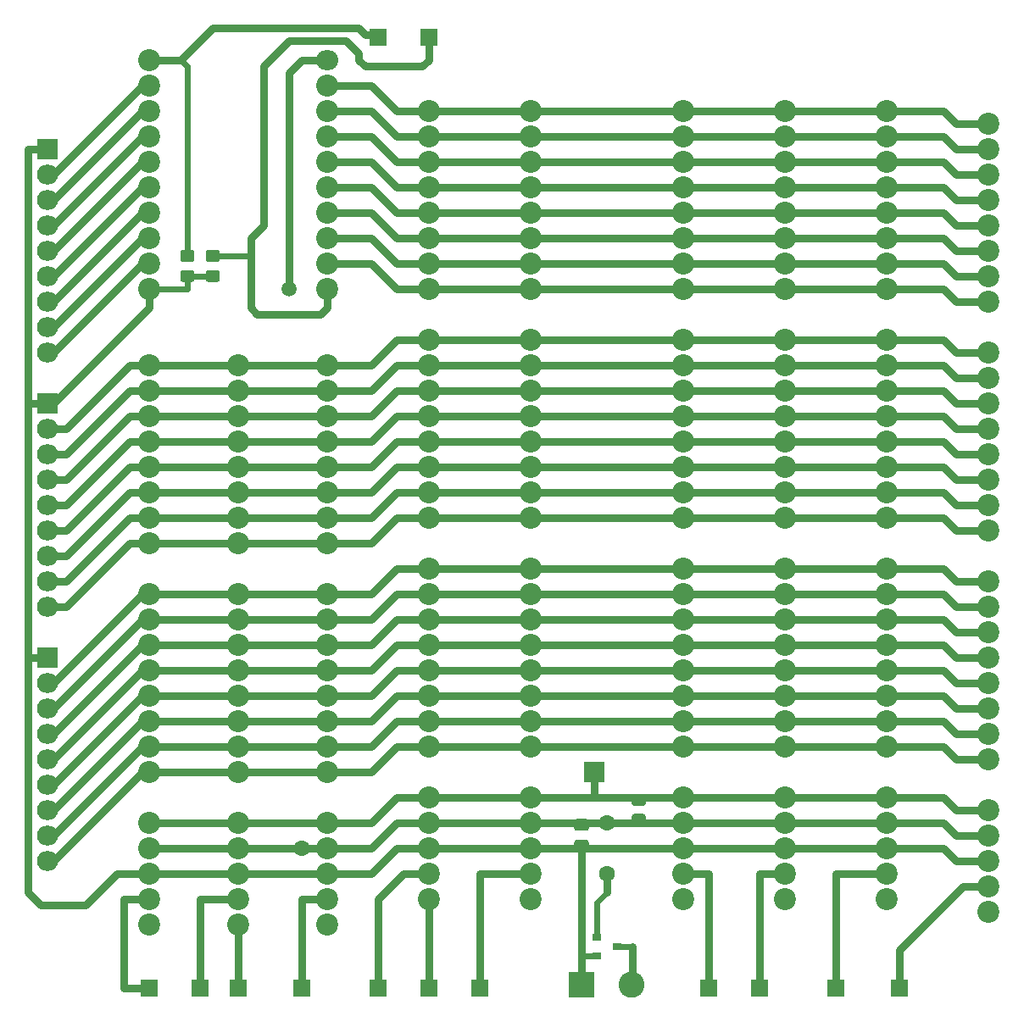
<source format=gbr>
%TF.GenerationSoftware,KiCad,Pcbnew,(5.1.8)-1*%
%TF.CreationDate,2024-08-14T23:33:12+03:00*%
%TF.ProjectId,ALU,414c552e-6b69-4636-9164-5f7063625858,rev?*%
%TF.SameCoordinates,Original*%
%TF.FileFunction,Copper,L2,Bot*%
%TF.FilePolarity,Positive*%
%FSLAX46Y46*%
G04 Gerber Fmt 4.6, Leading zero omitted, Abs format (unit mm)*
G04 Created by KiCad (PCBNEW (5.1.8)-1) date 2024-08-14 23:33:12*
%MOMM*%
%LPD*%
G01*
G04 APERTURE LIST*
%TA.AperFunction,ComponentPad*%
%ADD10C,2.200000*%
%TD*%
%TA.AperFunction,ComponentPad*%
%ADD11R,1.700000X1.700000*%
%TD*%
%TA.AperFunction,ComponentPad*%
%ADD12O,2.200000X2.000000*%
%TD*%
%TA.AperFunction,SMDPad,CuDef*%
%ADD13R,0.900000X0.800000*%
%TD*%
%TA.AperFunction,ComponentPad*%
%ADD14R,2.600000X2.600000*%
%TD*%
%TA.AperFunction,ComponentPad*%
%ADD15C,2.600000*%
%TD*%
%TA.AperFunction,ComponentPad*%
%ADD16R,2.100000X2.000000*%
%TD*%
%TA.AperFunction,ComponentPad*%
%ADD17O,2.100000X2.000000*%
%TD*%
%TA.AperFunction,ViaPad*%
%ADD18C,1.600000*%
%TD*%
%TA.AperFunction,ViaPad*%
%ADD19C,1.500000*%
%TD*%
%TA.AperFunction,Conductor*%
%ADD20C,0.800000*%
%TD*%
%TA.AperFunction,Conductor*%
%ADD21C,0.600000*%
%TD*%
G04 APERTURE END LIST*
%TO.P,R3,2*%
%TO.N,/Latch*%
%TA.AperFunction,SMDPad,CuDef*%
G36*
G01*
X74745001Y-92310000D02*
X73844999Y-92310000D01*
G75*
G02*
X73595000Y-92060001I0J249999D01*
G01*
X73595000Y-91359999D01*
G75*
G02*
X73844999Y-91110000I249999J0D01*
G01*
X74745001Y-91110000D01*
G75*
G02*
X74995000Y-91359999I0J-249999D01*
G01*
X74995000Y-92060001D01*
G75*
G02*
X74745001Y-92310000I-249999J0D01*
G01*
G37*
%TD.AperFunction*%
%TO.P,R3,1*%
%TO.N,VCC*%
%TA.AperFunction,SMDPad,CuDef*%
G36*
G01*
X74745001Y-94310000D02*
X73844999Y-94310000D01*
G75*
G02*
X73595000Y-94060001I0J249999D01*
G01*
X73595000Y-93359999D01*
G75*
G02*
X73844999Y-93110000I249999J0D01*
G01*
X74745001Y-93110000D01*
G75*
G02*
X74995000Y-93359999I0J-249999D01*
G01*
X74995000Y-94060001D01*
G75*
G02*
X74745001Y-94310000I-249999J0D01*
G01*
G37*
%TD.AperFunction*%
%TD*%
%TO.P,R2,2*%
%TO.N,GND*%
%TA.AperFunction,SMDPad,CuDef*%
G36*
G01*
X28759999Y-38770000D02*
X29660001Y-38770000D01*
G75*
G02*
X29910000Y-39019999I0J-249999D01*
G01*
X29910000Y-39720001D01*
G75*
G02*
X29660001Y-39970000I-249999J0D01*
G01*
X28759999Y-39970000D01*
G75*
G02*
X28510000Y-39720001I0J249999D01*
G01*
X28510000Y-39019999D01*
G75*
G02*
X28759999Y-38770000I249999J0D01*
G01*
G37*
%TD.AperFunction*%
%TO.P,R2,1*%
%TO.N,/INVL*%
%TA.AperFunction,SMDPad,CuDef*%
G36*
G01*
X28759999Y-36770000D02*
X29660001Y-36770000D01*
G75*
G02*
X29910000Y-37019999I0J-249999D01*
G01*
X29910000Y-37720001D01*
G75*
G02*
X29660001Y-37970000I-249999J0D01*
G01*
X28759999Y-37970000D01*
G75*
G02*
X28510000Y-37720001I0J249999D01*
G01*
X28510000Y-37019999D01*
G75*
G02*
X28759999Y-36770000I249999J0D01*
G01*
G37*
%TD.AperFunction*%
%TD*%
%TO.P,R1,2*%
%TO.N,GND*%
%TA.AperFunction,SMDPad,CuDef*%
G36*
G01*
X31299999Y-38770000D02*
X32200001Y-38770000D01*
G75*
G02*
X32450000Y-39019999I0J-249999D01*
G01*
X32450000Y-39720001D01*
G75*
G02*
X32200001Y-39970000I-249999J0D01*
G01*
X31299999Y-39970000D01*
G75*
G02*
X31050000Y-39720001I0J249999D01*
G01*
X31050000Y-39019999D01*
G75*
G02*
X31299999Y-38770000I249999J0D01*
G01*
G37*
%TD.AperFunction*%
%TO.P,R1,1*%
%TO.N,/INVH*%
%TA.AperFunction,SMDPad,CuDef*%
G36*
G01*
X31299999Y-36770000D02*
X32200001Y-36770000D01*
G75*
G02*
X32450000Y-37019999I0J-249999D01*
G01*
X32450000Y-37720001D01*
G75*
G02*
X32200001Y-37970000I-249999J0D01*
G01*
X31299999Y-37970000D01*
G75*
G02*
X31050000Y-37720001I0J249999D01*
G01*
X31050000Y-37019999D01*
G75*
G02*
X31299999Y-36770000I249999J0D01*
G01*
G37*
%TD.AperFunction*%
%TD*%
D10*
%TO.P,U9,21*%
%TO.N,Net-(U9-Pad21)*%
X25400000Y-104140000D03*
%TO.P,U9,20*%
%TO.N,/~RSRV*%
X25400000Y-101600000D03*
%TO.P,U9,19*%
%TO.N,GND*%
X25400000Y-99060000D03*
%TO.P,U9,18*%
%TO.N,VCC*%
X25400000Y-96520000D03*
%TO.P,U9,17*%
%TO.N,/Latch*%
X25400000Y-93980000D03*
%TO.P,U9,16*%
%TO.N,/O7*%
X25400000Y-88900000D03*
%TO.P,U9,15*%
%TO.N,/O6*%
X25400000Y-86360000D03*
%TO.P,U9,14*%
%TO.N,/O5*%
X25400000Y-83820000D03*
%TO.P,U9,13*%
%TO.N,/O4*%
X25400000Y-81280000D03*
%TO.P,U9,12*%
%TO.N,/O3*%
X25400000Y-78740000D03*
%TO.P,U9,11*%
%TO.N,/O2*%
X25400000Y-76200000D03*
%TO.P,U9,10*%
%TO.N,/O1*%
X25400000Y-73660000D03*
%TO.P,U9,9*%
%TO.N,/O0*%
X25400000Y-71120000D03*
%TO.P,U9,8*%
%TO.N,/A7*%
X25400000Y-66040000D03*
%TO.P,U9,7*%
%TO.N,/A6*%
X25400000Y-63500000D03*
%TO.P,U9,6*%
%TO.N,/A5*%
X25400000Y-60960000D03*
%TO.P,U9,5*%
%TO.N,/A4*%
X25400000Y-58420000D03*
%TO.P,U9,4*%
%TO.N,/A3*%
X25400000Y-55880000D03*
%TO.P,U9,3*%
%TO.N,/A2*%
X25400000Y-53340000D03*
%TO.P,U9,2*%
%TO.N,/A1*%
X25400000Y-50800000D03*
%TO.P,U9,1*%
%TO.N,/A0*%
X25400000Y-48260000D03*
%TD*%
D11*
%TO.P,J14,1*%
%TO.N,/INVH*%
X53340000Y-15557500D03*
%TD*%
%TO.P,J13,1*%
%TO.N,/INVL*%
X48260000Y-15557500D03*
%TD*%
%TO.P,J12,1*%
%TO.N,/~RSRV*%
X25400000Y-110490000D03*
%TD*%
D12*
%TO.P,U10,20*%
%TO.N,VCC*%
X43180000Y-17780000D03*
D10*
%TO.P,U10,19*%
%TO.N,/B0*%
X43180000Y-20320000D03*
%TO.P,U10,18*%
%TO.N,/B1*%
X43180000Y-22860000D03*
%TO.P,U10,17*%
%TO.N,/B2*%
X43180000Y-25400000D03*
%TO.P,U10,16*%
%TO.N,/B3*%
X43180000Y-27940000D03*
%TO.P,U10,15*%
%TO.N,/B4*%
X43180000Y-30480000D03*
%TO.P,U10,14*%
%TO.N,/B5*%
X43180000Y-33020000D03*
%TO.P,U10,13*%
%TO.N,/B6*%
X43180000Y-35560000D03*
%TO.P,U10,12*%
%TO.N,/B7*%
X43180000Y-38100000D03*
%TO.P,U10,11*%
%TO.N,/INVH*%
X43180000Y-40640000D03*
%TO.P,U10,10*%
%TO.N,GND*%
X25400000Y-40640000D03*
%TO.P,U10,9*%
%TO.N,/B7'*%
X25400000Y-38100000D03*
%TO.P,U10,8*%
%TO.N,/B6'*%
X25400000Y-35560000D03*
%TO.P,U10,7*%
%TO.N,/B5'*%
X25400000Y-33020000D03*
%TO.P,U10,6*%
%TO.N,/B4'*%
X25400000Y-30480000D03*
%TO.P,U10,5*%
%TO.N,/B3'*%
X25400000Y-27940000D03*
%TO.P,U10,4*%
%TO.N,/B2'*%
X25400000Y-25400000D03*
%TO.P,U10,3*%
%TO.N,/B1'*%
X25400000Y-22860000D03*
%TO.P,U10,2*%
%TO.N,/B0'*%
X25400000Y-20320000D03*
%TO.P,U10,1*%
%TO.N,/INVL*%
X25400000Y-17780000D03*
%TD*%
D13*
%TO.P,Q1,3*%
%TO.N,Net-(J7-Pad2)*%
X72120000Y-106362500D03*
%TO.P,Q1,2*%
%TO.N,VCC*%
X70120000Y-105412500D03*
%TO.P,Q1,1*%
%TO.N,GND*%
X70120000Y-107312500D03*
%TD*%
D11*
%TO.P,J11,1*%
%TO.N,/~SWAP*%
X40640000Y-110490000D03*
%TD*%
D10*
%TO.P,U8,21*%
%TO.N,Net-(U8-Pad21)*%
X43180000Y-104140000D03*
%TO.P,U8,20*%
%TO.N,/~SWAP*%
X43180000Y-101600000D03*
%TO.P,U8,19*%
%TO.N,GND*%
X43180000Y-99060000D03*
%TO.P,U8,18*%
%TO.N,VCC*%
X43180000Y-96520000D03*
%TO.P,U8,17*%
%TO.N,/Latch*%
X43180000Y-93980000D03*
%TO.P,U8,16*%
%TO.N,/O7*%
X43180000Y-88900000D03*
%TO.P,U8,15*%
%TO.N,/O6*%
X43180000Y-86360000D03*
%TO.P,U8,14*%
%TO.N,/O5*%
X43180000Y-83820000D03*
%TO.P,U8,13*%
%TO.N,/O4*%
X43180000Y-81280000D03*
%TO.P,U8,12*%
%TO.N,/O3*%
X43180000Y-78740000D03*
%TO.P,U8,11*%
%TO.N,/O2*%
X43180000Y-76200000D03*
%TO.P,U8,10*%
%TO.N,/O1*%
X43180000Y-73660000D03*
%TO.P,U8,9*%
%TO.N,/O0*%
X43180000Y-71120000D03*
%TO.P,U8,8*%
%TO.N,/A7*%
X43180000Y-66040000D03*
%TO.P,U8,7*%
%TO.N,/A6*%
X43180000Y-63500000D03*
%TO.P,U8,6*%
%TO.N,/A5*%
X43180000Y-60960000D03*
%TO.P,U8,5*%
%TO.N,/A4*%
X43180000Y-58420000D03*
%TO.P,U8,4*%
%TO.N,/A3*%
X43180000Y-55880000D03*
%TO.P,U8,3*%
%TO.N,/A2*%
X43180000Y-53340000D03*
%TO.P,U8,2*%
%TO.N,/A1*%
X43180000Y-50800000D03*
%TO.P,U8,1*%
%TO.N,/A0*%
X43180000Y-48260000D03*
%TD*%
D11*
%TO.P,J6,1*%
%TO.N,/UseCF2*%
X30480000Y-110490000D03*
%TD*%
%TO.P,J5,1*%
%TO.N,/~LSRx*%
X34290000Y-110490000D03*
%TD*%
D10*
%TO.P,U5,29*%
%TO.N,Net-(U5-Pad29)*%
X99060000Y-101600000D03*
%TO.P,U5,28*%
%TO.N,/CMP.Expand*%
X99060000Y-99060000D03*
%TO.P,U5,27*%
%TO.N,GND*%
X99060000Y-96520000D03*
%TO.P,U5,26*%
%TO.N,VCC*%
X99060000Y-93980000D03*
%TO.P,U5,25*%
%TO.N,/Latch*%
X99060000Y-91440000D03*
%TO.P,U5,24*%
%TO.N,/O7*%
X99060000Y-86360000D03*
%TO.P,U5,23*%
%TO.N,/O6*%
X99060000Y-83820000D03*
%TO.P,U5,22*%
%TO.N,/O5*%
X99060000Y-81280000D03*
%TO.P,U5,21*%
%TO.N,/O4*%
X99060000Y-78740000D03*
%TO.P,U5,20*%
%TO.N,/O3*%
X99060000Y-76200000D03*
%TO.P,U5,19*%
%TO.N,/O2*%
X99060000Y-73660000D03*
%TO.P,U5,18*%
%TO.N,/O1*%
X99060000Y-71120000D03*
%TO.P,U5,17*%
%TO.N,/O0*%
X99060000Y-68580000D03*
%TO.P,U5,16*%
%TO.N,/A7*%
X99060000Y-63500000D03*
%TO.P,U5,15*%
%TO.N,/A6*%
X99060000Y-60960000D03*
%TO.P,U5,14*%
%TO.N,/A5*%
X99060000Y-58420000D03*
%TO.P,U5,13*%
%TO.N,/A4*%
X99060000Y-55880000D03*
%TO.P,U5,12*%
%TO.N,/A3*%
X99060000Y-53340000D03*
%TO.P,U5,11*%
%TO.N,/A2*%
X99060000Y-50800000D03*
%TO.P,U5,10*%
%TO.N,/A1*%
X99060000Y-48260000D03*
%TO.P,U5,9*%
%TO.N,/A0*%
X99060000Y-45720000D03*
%TO.P,U5,8*%
%TO.N,/B7*%
X99060000Y-40640000D03*
%TO.P,U5,7*%
%TO.N,/B6*%
X99060000Y-38100000D03*
%TO.P,U5,6*%
%TO.N,/B5*%
X99060000Y-35560000D03*
%TO.P,U5,5*%
%TO.N,/B4*%
X99060000Y-33020000D03*
%TO.P,U5,4*%
%TO.N,/B3*%
X99060000Y-30480000D03*
%TO.P,U5,3*%
%TO.N,/B2*%
X99060000Y-27940000D03*
%TO.P,U5,2*%
%TO.N,/B1*%
X99060000Y-25400000D03*
%TO.P,U5,1*%
%TO.N,/B0*%
X99060000Y-22860000D03*
%TD*%
D14*
%TO.P,J7,1*%
%TO.N,GND*%
X68580000Y-110172500D03*
D15*
%TO.P,J7,2*%
%TO.N,Net-(J7-Pad2)*%
X73580000Y-110172500D03*
%TD*%
D10*
%TO.P,U1,1*%
%TO.N,/B0*%
X53340000Y-22860000D03*
%TO.P,U1,2*%
%TO.N,/B1*%
X53340000Y-25400000D03*
%TO.P,U1,3*%
%TO.N,/B2*%
X53340000Y-27940000D03*
%TO.P,U1,4*%
%TO.N,/B3*%
X53340000Y-30480000D03*
%TO.P,U1,5*%
%TO.N,/B4*%
X53340000Y-33020000D03*
%TO.P,U1,6*%
%TO.N,/B5*%
X53340000Y-35560000D03*
%TO.P,U1,7*%
%TO.N,/B6*%
X53340000Y-38100000D03*
%TO.P,U1,8*%
%TO.N,/B7*%
X53340000Y-40640000D03*
%TO.P,U1,9*%
%TO.N,/A0*%
X53340000Y-45720000D03*
%TO.P,U1,10*%
%TO.N,/A1*%
X53340000Y-48260000D03*
%TO.P,U1,11*%
%TO.N,/A2*%
X53340000Y-50800000D03*
%TO.P,U1,12*%
%TO.N,/A3*%
X53340000Y-53340000D03*
%TO.P,U1,13*%
%TO.N,/A4*%
X53340000Y-55880000D03*
%TO.P,U1,14*%
%TO.N,/A5*%
X53340000Y-58420000D03*
%TO.P,U1,15*%
%TO.N,/A6*%
X53340000Y-60960000D03*
%TO.P,U1,16*%
%TO.N,/A7*%
X53340000Y-63500000D03*
%TO.P,U1,17*%
%TO.N,/O0*%
X53340000Y-68580000D03*
%TO.P,U1,18*%
%TO.N,/O1*%
X53340000Y-71120000D03*
%TO.P,U1,19*%
%TO.N,/O2*%
X53340000Y-73660000D03*
%TO.P,U1,20*%
%TO.N,/O3*%
X53340000Y-76200000D03*
%TO.P,U1,21*%
%TO.N,/O4*%
X53340000Y-78740000D03*
%TO.P,U1,22*%
%TO.N,/O5*%
X53340000Y-81280000D03*
%TO.P,U1,23*%
%TO.N,/O6*%
X53340000Y-83820000D03*
%TO.P,U1,24*%
%TO.N,/O7*%
X53340000Y-86360000D03*
%TO.P,U1,25*%
%TO.N,/Latch*%
X53340000Y-91440000D03*
%TO.P,U1,26*%
%TO.N,VCC*%
X53340000Y-93980000D03*
%TO.P,U1,27*%
%TO.N,GND*%
X53340000Y-96520000D03*
%TO.P,U1,28*%
%TO.N,/UseCF*%
X53340000Y-99060000D03*
%TO.P,U1,29*%
%TO.N,/~ADDx*%
X53340000Y-101600000D03*
%TD*%
%TO.P,U2,29*%
%TO.N,Net-(U2-Pad29)*%
X63500000Y-101600000D03*
%TO.P,U2,28*%
%TO.N,/~AND*%
X63500000Y-99060000D03*
%TO.P,U2,27*%
%TO.N,GND*%
X63500000Y-96520000D03*
%TO.P,U2,26*%
%TO.N,VCC*%
X63500000Y-93980000D03*
%TO.P,U2,25*%
%TO.N,/Latch*%
X63500000Y-91440000D03*
%TO.P,U2,24*%
%TO.N,/O7*%
X63500000Y-86360000D03*
%TO.P,U2,23*%
%TO.N,/O6*%
X63500000Y-83820000D03*
%TO.P,U2,22*%
%TO.N,/O5*%
X63500000Y-81280000D03*
%TO.P,U2,21*%
%TO.N,/O4*%
X63500000Y-78740000D03*
%TO.P,U2,20*%
%TO.N,/O3*%
X63500000Y-76200000D03*
%TO.P,U2,19*%
%TO.N,/O2*%
X63500000Y-73660000D03*
%TO.P,U2,18*%
%TO.N,/O1*%
X63500000Y-71120000D03*
%TO.P,U2,17*%
%TO.N,/O0*%
X63500000Y-68580000D03*
%TO.P,U2,16*%
%TO.N,/A7*%
X63500000Y-63500000D03*
%TO.P,U2,15*%
%TO.N,/A6*%
X63500000Y-60960000D03*
%TO.P,U2,14*%
%TO.N,/A5*%
X63500000Y-58420000D03*
%TO.P,U2,13*%
%TO.N,/A4*%
X63500000Y-55880000D03*
%TO.P,U2,12*%
%TO.N,/A3*%
X63500000Y-53340000D03*
%TO.P,U2,11*%
%TO.N,/A2*%
X63500000Y-50800000D03*
%TO.P,U2,10*%
%TO.N,/A1*%
X63500000Y-48260000D03*
%TO.P,U2,9*%
%TO.N,/A0*%
X63500000Y-45720000D03*
%TO.P,U2,8*%
%TO.N,/B7*%
X63500000Y-40640000D03*
%TO.P,U2,7*%
%TO.N,/B6*%
X63500000Y-38100000D03*
%TO.P,U2,6*%
%TO.N,/B5*%
X63500000Y-35560000D03*
%TO.P,U2,5*%
%TO.N,/B4*%
X63500000Y-33020000D03*
%TO.P,U2,4*%
%TO.N,/B3*%
X63500000Y-30480000D03*
%TO.P,U2,3*%
%TO.N,/B2*%
X63500000Y-27940000D03*
%TO.P,U2,2*%
%TO.N,/B1*%
X63500000Y-25400000D03*
%TO.P,U2,1*%
%TO.N,/B0*%
X63500000Y-22860000D03*
%TD*%
%TO.P,U3,1*%
%TO.N,/B0*%
X78740000Y-22860000D03*
%TO.P,U3,2*%
%TO.N,/B1*%
X78740000Y-25400000D03*
%TO.P,U3,3*%
%TO.N,/B2*%
X78740000Y-27940000D03*
%TO.P,U3,4*%
%TO.N,/B3*%
X78740000Y-30480000D03*
%TO.P,U3,5*%
%TO.N,/B4*%
X78740000Y-33020000D03*
%TO.P,U3,6*%
%TO.N,/B5*%
X78740000Y-35560000D03*
%TO.P,U3,7*%
%TO.N,/B6*%
X78740000Y-38100000D03*
%TO.P,U3,8*%
%TO.N,/B7*%
X78740000Y-40640000D03*
%TO.P,U3,9*%
%TO.N,/A0*%
X78740000Y-45720000D03*
%TO.P,U3,10*%
%TO.N,/A1*%
X78740000Y-48260000D03*
%TO.P,U3,11*%
%TO.N,/A2*%
X78740000Y-50800000D03*
%TO.P,U3,12*%
%TO.N,/A3*%
X78740000Y-53340000D03*
%TO.P,U3,13*%
%TO.N,/A4*%
X78740000Y-55880000D03*
%TO.P,U3,14*%
%TO.N,/A5*%
X78740000Y-58420000D03*
%TO.P,U3,15*%
%TO.N,/A6*%
X78740000Y-60960000D03*
%TO.P,U3,16*%
%TO.N,/A7*%
X78740000Y-63500000D03*
%TO.P,U3,17*%
%TO.N,/O0*%
X78740000Y-68580000D03*
%TO.P,U3,18*%
%TO.N,/O1*%
X78740000Y-71120000D03*
%TO.P,U3,19*%
%TO.N,/O2*%
X78740000Y-73660000D03*
%TO.P,U3,20*%
%TO.N,/O3*%
X78740000Y-76200000D03*
%TO.P,U3,21*%
%TO.N,/O4*%
X78740000Y-78740000D03*
%TO.P,U3,22*%
%TO.N,/O5*%
X78740000Y-81280000D03*
%TO.P,U3,23*%
%TO.N,/O6*%
X78740000Y-83820000D03*
%TO.P,U3,24*%
%TO.N,/O7*%
X78740000Y-86360000D03*
%TO.P,U3,25*%
%TO.N,/Latch*%
X78740000Y-91440000D03*
%TO.P,U3,26*%
%TO.N,VCC*%
X78740000Y-93980000D03*
%TO.P,U3,27*%
%TO.N,GND*%
X78740000Y-96520000D03*
%TO.P,U3,28*%
%TO.N,/~OR*%
X78740000Y-99060000D03*
%TO.P,U3,29*%
%TO.N,Net-(U3-Pad29)*%
X78740000Y-101600000D03*
%TD*%
%TO.P,U4,1*%
%TO.N,/B0*%
X88900000Y-22860000D03*
%TO.P,U4,2*%
%TO.N,/B1*%
X88900000Y-25400000D03*
%TO.P,U4,3*%
%TO.N,/B2*%
X88900000Y-27940000D03*
%TO.P,U4,4*%
%TO.N,/B3*%
X88900000Y-30480000D03*
%TO.P,U4,5*%
%TO.N,/B4*%
X88900000Y-33020000D03*
%TO.P,U4,6*%
%TO.N,/B5*%
X88900000Y-35560000D03*
%TO.P,U4,7*%
%TO.N,/B6*%
X88900000Y-38100000D03*
%TO.P,U4,8*%
%TO.N,/B7*%
X88900000Y-40640000D03*
%TO.P,U4,9*%
%TO.N,/A0*%
X88900000Y-45720000D03*
%TO.P,U4,10*%
%TO.N,/A1*%
X88900000Y-48260000D03*
%TO.P,U4,11*%
%TO.N,/A2*%
X88900000Y-50800000D03*
%TO.P,U4,12*%
%TO.N,/A3*%
X88900000Y-53340000D03*
%TO.P,U4,13*%
%TO.N,/A4*%
X88900000Y-55880000D03*
%TO.P,U4,14*%
%TO.N,/A5*%
X88900000Y-58420000D03*
%TO.P,U4,15*%
%TO.N,/A6*%
X88900000Y-60960000D03*
%TO.P,U4,16*%
%TO.N,/A7*%
X88900000Y-63500000D03*
%TO.P,U4,17*%
%TO.N,/O0*%
X88900000Y-68580000D03*
%TO.P,U4,18*%
%TO.N,/O1*%
X88900000Y-71120000D03*
%TO.P,U4,19*%
%TO.N,/O2*%
X88900000Y-73660000D03*
%TO.P,U4,20*%
%TO.N,/O3*%
X88900000Y-76200000D03*
%TO.P,U4,21*%
%TO.N,/O4*%
X88900000Y-78740000D03*
%TO.P,U4,22*%
%TO.N,/O5*%
X88900000Y-81280000D03*
%TO.P,U4,23*%
%TO.N,/O6*%
X88900000Y-83820000D03*
%TO.P,U4,24*%
%TO.N,/O7*%
X88900000Y-86360000D03*
%TO.P,U4,25*%
%TO.N,/Latch*%
X88900000Y-91440000D03*
%TO.P,U4,26*%
%TO.N,VCC*%
X88900000Y-93980000D03*
%TO.P,U4,27*%
%TO.N,GND*%
X88900000Y-96520000D03*
%TO.P,U4,28*%
%TO.N,/~XOR*%
X88900000Y-99060000D03*
%TO.P,U4,29*%
%TO.N,Net-(U4-Pad29)*%
X88900000Y-101600000D03*
%TD*%
D16*
%TO.P,J4,1*%
%TO.N,/Latch*%
X69850000Y-88900000D03*
%TD*%
D11*
%TO.P,J25,1*%
%TO.N,/~MOV*%
X100330000Y-110490000D03*
%TD*%
%TO.P,J26,1*%
%TO.N,/~XOR*%
X86360000Y-110490000D03*
%TD*%
%TO.P,J27,1*%
%TO.N,/~OR*%
X81280000Y-110490000D03*
%TD*%
%TO.P,J28,1*%
%TO.N,/~AND*%
X58420000Y-110490000D03*
%TD*%
%TO.P,J30,1*%
%TO.N,/~ADDx*%
X53340000Y-110490000D03*
%TD*%
%TO.P,J31,1*%
%TO.N,/UseCF*%
X48260000Y-110490000D03*
%TD*%
%TO.P,J41,1*%
%TO.N,/CMP.Expand*%
X93980000Y-110490000D03*
%TD*%
%TO.P,C1,1*%
%TO.N,VCC*%
%TA.AperFunction,SMDPad,CuDef*%
G36*
G01*
X68105000Y-93625000D02*
X69055000Y-93625000D01*
G75*
G02*
X69305000Y-93875000I0J-250000D01*
G01*
X69305000Y-94550000D01*
G75*
G02*
X69055000Y-94800000I-250000J0D01*
G01*
X68105000Y-94800000D01*
G75*
G02*
X67855000Y-94550000I0J250000D01*
G01*
X67855000Y-93875000D01*
G75*
G02*
X68105000Y-93625000I250000J0D01*
G01*
G37*
%TD.AperFunction*%
%TO.P,C1,2*%
%TO.N,GND*%
%TA.AperFunction,SMDPad,CuDef*%
G36*
G01*
X68105000Y-95700000D02*
X69055000Y-95700000D01*
G75*
G02*
X69305000Y-95950000I0J-250000D01*
G01*
X69305000Y-96625000D01*
G75*
G02*
X69055000Y-96875000I-250000J0D01*
G01*
X68105000Y-96875000D01*
G75*
G02*
X67855000Y-96625000I0J250000D01*
G01*
X67855000Y-95950000D01*
G75*
G02*
X68105000Y-95700000I250000J0D01*
G01*
G37*
%TD.AperFunction*%
%TD*%
D10*
%TO.P,U6,29*%
%TO.N,Net-(U6-Pad29)*%
X109220000Y-102870000D03*
%TO.P,U6,28*%
%TO.N,/~MOV*%
X109220000Y-100330000D03*
%TO.P,U6,27*%
%TO.N,GND*%
X109220000Y-97790000D03*
%TO.P,U6,26*%
%TO.N,VCC*%
X109220000Y-95250000D03*
%TO.P,U6,25*%
%TO.N,/Latch*%
X109220000Y-92710000D03*
%TO.P,U6,24*%
%TO.N,/O7*%
X109220000Y-87630000D03*
%TO.P,U6,23*%
%TO.N,/O6*%
X109220000Y-85090000D03*
%TO.P,U6,22*%
%TO.N,/O5*%
X109220000Y-82550000D03*
%TO.P,U6,21*%
%TO.N,/O4*%
X109220000Y-80010000D03*
%TO.P,U6,20*%
%TO.N,/O3*%
X109220000Y-77470000D03*
%TO.P,U6,19*%
%TO.N,/O2*%
X109220000Y-74930000D03*
%TO.P,U6,18*%
%TO.N,/O1*%
X109220000Y-72390000D03*
%TO.P,U6,17*%
%TO.N,/O0*%
X109220000Y-69850000D03*
%TO.P,U6,16*%
%TO.N,/A7*%
X109220000Y-64770000D03*
%TO.P,U6,15*%
%TO.N,/A6*%
X109220000Y-62230000D03*
%TO.P,U6,14*%
%TO.N,/A5*%
X109220000Y-59690000D03*
%TO.P,U6,13*%
%TO.N,/A4*%
X109220000Y-57150000D03*
%TO.P,U6,12*%
%TO.N,/A3*%
X109220000Y-54610000D03*
%TO.P,U6,11*%
%TO.N,/A2*%
X109220000Y-52070000D03*
%TO.P,U6,10*%
%TO.N,/A1*%
X109220000Y-49530000D03*
%TO.P,U6,9*%
%TO.N,/A0*%
X109220000Y-46990000D03*
%TO.P,U6,8*%
%TO.N,/B7*%
X109220000Y-41910000D03*
%TO.P,U6,7*%
%TO.N,/B6*%
X109220000Y-39370000D03*
%TO.P,U6,6*%
%TO.N,/B5*%
X109220000Y-36830000D03*
%TO.P,U6,5*%
%TO.N,/B4*%
X109220000Y-34290000D03*
%TO.P,U6,4*%
%TO.N,/B3*%
X109220000Y-31750000D03*
%TO.P,U6,3*%
%TO.N,/B2*%
X109220000Y-29210000D03*
%TO.P,U6,2*%
%TO.N,/B1*%
X109220000Y-26670000D03*
%TO.P,U6,1*%
%TO.N,/B0*%
X109220000Y-24130000D03*
%TD*%
%TO.P,U7,1*%
%TO.N,/A0*%
X34290000Y-48260000D03*
%TO.P,U7,2*%
%TO.N,/A1*%
X34290000Y-50800000D03*
%TO.P,U7,3*%
%TO.N,/A2*%
X34290000Y-53340000D03*
%TO.P,U7,4*%
%TO.N,/A3*%
X34290000Y-55880000D03*
%TO.P,U7,5*%
%TO.N,/A4*%
X34290000Y-58420000D03*
%TO.P,U7,6*%
%TO.N,/A5*%
X34290000Y-60960000D03*
%TO.P,U7,7*%
%TO.N,/A6*%
X34290000Y-63500000D03*
%TO.P,U7,8*%
%TO.N,/A7*%
X34290000Y-66040000D03*
%TO.P,U7,9*%
%TO.N,/O0*%
X34290000Y-71120000D03*
%TO.P,U7,10*%
%TO.N,/O1*%
X34290000Y-73660000D03*
%TO.P,U7,11*%
%TO.N,/O2*%
X34290000Y-76200000D03*
%TO.P,U7,12*%
%TO.N,/O3*%
X34290000Y-78740000D03*
%TO.P,U7,13*%
%TO.N,/O4*%
X34290000Y-81280000D03*
%TO.P,U7,14*%
%TO.N,/O5*%
X34290000Y-83820000D03*
%TO.P,U7,15*%
%TO.N,/O6*%
X34290000Y-86360000D03*
%TO.P,U7,16*%
%TO.N,/O7*%
X34290000Y-88900000D03*
%TO.P,U7,17*%
%TO.N,/Latch*%
X34290000Y-93980000D03*
%TO.P,U7,18*%
%TO.N,VCC*%
X34290000Y-96520000D03*
%TO.P,U7,19*%
%TO.N,GND*%
X34290000Y-99060000D03*
%TO.P,U7,20*%
%TO.N,/UseCF2*%
X34290000Y-101600000D03*
%TO.P,U7,21*%
%TO.N,/~LSRx*%
X34290000Y-104140000D03*
%TD*%
D16*
%TO.P,J1,1*%
%TO.N,GND*%
X15240000Y-26670000D03*
D17*
%TO.P,J1,2*%
%TO.N,/B0'*%
X15240000Y-29210000D03*
%TO.P,J1,3*%
%TO.N,/B1'*%
X15240000Y-31750000D03*
%TO.P,J1,4*%
%TO.N,/B2'*%
X15240000Y-34290000D03*
%TO.P,J1,5*%
%TO.N,/B3'*%
X15240000Y-36830000D03*
%TO.P,J1,6*%
%TO.N,/B4'*%
X15240000Y-39370000D03*
%TO.P,J1,7*%
%TO.N,/B5'*%
X15240000Y-41910000D03*
%TO.P,J1,8*%
%TO.N,/B6'*%
X15240000Y-44450000D03*
%TO.P,J1,9*%
%TO.N,/B7'*%
X15240000Y-46990000D03*
%TD*%
%TO.P,J2,9*%
%TO.N,/A7*%
X15240000Y-72390000D03*
%TO.P,J2,8*%
%TO.N,/A6*%
X15240000Y-69850000D03*
%TO.P,J2,7*%
%TO.N,/A5*%
X15240000Y-67310000D03*
%TO.P,J2,6*%
%TO.N,/A4*%
X15240000Y-64770000D03*
%TO.P,J2,5*%
%TO.N,/A3*%
X15240000Y-62230000D03*
%TO.P,J2,4*%
%TO.N,/A2*%
X15240000Y-59690000D03*
%TO.P,J2,3*%
%TO.N,/A1*%
X15240000Y-57150000D03*
%TO.P,J2,2*%
%TO.N,/A0*%
X15240000Y-54610000D03*
D16*
%TO.P,J2,1*%
%TO.N,GND*%
X15240000Y-52070000D03*
%TD*%
%TO.P,J3,1*%
%TO.N,GND*%
X15240000Y-77470000D03*
D17*
%TO.P,J3,2*%
%TO.N,/O0*%
X15240000Y-80010000D03*
%TO.P,J3,3*%
%TO.N,/O1*%
X15240000Y-82550000D03*
%TO.P,J3,4*%
%TO.N,/O2*%
X15240000Y-85090000D03*
%TO.P,J3,5*%
%TO.N,/O3*%
X15240000Y-87630000D03*
%TO.P,J3,6*%
%TO.N,/O4*%
X15240000Y-90170000D03*
%TO.P,J3,7*%
%TO.N,/O5*%
X15240000Y-92710000D03*
%TO.P,J3,8*%
%TO.N,/O6*%
X15240000Y-95250000D03*
%TO.P,J3,9*%
%TO.N,/O7*%
X15240000Y-97790000D03*
%TD*%
D18*
%TO.N,VCC*%
X71120000Y-93980000D03*
X71120000Y-99060000D03*
X40640000Y-96520000D03*
D19*
X39370000Y-40640000D03*
%TD*%
D20*
%TO.N,GND*%
X25400000Y-99060000D02*
X43180000Y-99060000D01*
X53340000Y-96520000D02*
X50165000Y-96520000D01*
X47625000Y-99060000D02*
X43180000Y-99060000D01*
X53340000Y-96520000D02*
X104775000Y-96520000D01*
D21*
X70120000Y-107312500D02*
X68582500Y-107312500D01*
X68582500Y-107312500D02*
X68580000Y-107315000D01*
D20*
X68580000Y-107315000D02*
X68580000Y-110172500D01*
X68580000Y-103187500D02*
X68580000Y-107315000D01*
D21*
X29210000Y-39370000D02*
X31750000Y-39370000D01*
X29210000Y-39370000D02*
X29210000Y-40640000D01*
X29210000Y-40640000D02*
X25400000Y-40640000D01*
D20*
X47625000Y-99060000D02*
X50165000Y-96520000D01*
X106045000Y-97790000D02*
X104775000Y-96520000D01*
X109220000Y-97790000D02*
X106045000Y-97790000D01*
X68580000Y-96287500D02*
X68580000Y-103187500D01*
X13335000Y-46990000D02*
X13335000Y-49530000D01*
X19050000Y-102235000D02*
X22225000Y-99060000D01*
X22225000Y-99060000D02*
X25400000Y-99060000D01*
X14605000Y-102235000D02*
X19050000Y-102235000D01*
X13335000Y-100965000D02*
X14605000Y-102235000D01*
X15240000Y-26670000D02*
X13335000Y-26670000D01*
X13335000Y-26670000D02*
X13335000Y-46990000D01*
X15240000Y-52070000D02*
X13335000Y-52070000D01*
X13335000Y-52070000D02*
X13335000Y-74930000D01*
X13335000Y-49530000D02*
X13335000Y-52070000D01*
X25400000Y-42545000D02*
X25400000Y-40640000D01*
X15875000Y-52070000D02*
X25400000Y-42545000D01*
X15240000Y-52070000D02*
X15875000Y-52070000D01*
X15240000Y-77470000D02*
X13335000Y-77470000D01*
X13335000Y-77470000D02*
X13335000Y-100965000D01*
X13335000Y-74930000D02*
X13335000Y-77470000D01*
%TO.N,/Latch*%
X25400000Y-93980000D02*
X43180000Y-93980000D01*
X53340000Y-91440000D02*
X50165000Y-91440000D01*
X47625000Y-93980000D02*
X43180000Y-93980000D01*
X47625000Y-93980000D02*
X50165000Y-91440000D01*
X106045000Y-92710000D02*
X104775000Y-91440000D01*
X109220000Y-92710000D02*
X106045000Y-92710000D01*
X69850000Y-91440000D02*
X69850000Y-88900000D01*
X53975000Y-91440000D02*
X69850000Y-91440000D01*
X69850000Y-91440000D02*
X104775000Y-91440000D01*
%TO.N,VCC*%
X25400000Y-96520000D02*
X40640000Y-96520000D01*
X53340000Y-93980000D02*
X50165000Y-93980000D01*
X47625000Y-96520000D02*
X43180000Y-96520000D01*
X53340000Y-93980000D02*
X104775000Y-93980000D01*
X40640000Y-96520000D02*
X43180000Y-96520000D01*
X39370000Y-19050000D02*
X40640000Y-17780000D01*
X43180000Y-17780000D02*
X40640000Y-17780000D01*
X39370000Y-19050000D02*
X39370000Y-40640000D01*
X47625000Y-96520000D02*
X50165000Y-93980000D01*
X106045000Y-95250000D02*
X104775000Y-93980000D01*
X109220000Y-95250000D02*
X106045000Y-95250000D01*
X71120000Y-99060000D02*
X71120000Y-100965000D01*
D21*
X70120000Y-101965000D02*
X71120000Y-100965000D01*
X70120000Y-105412500D02*
X70120000Y-101965000D01*
D20*
%TO.N,/O0*%
X53975000Y-68580000D02*
X104775000Y-68580000D01*
X25400000Y-71120000D02*
X43180000Y-71120000D01*
X53340000Y-68580000D02*
X50165000Y-68580000D01*
X47625000Y-71120000D02*
X43180000Y-71120000D01*
X47625000Y-71120000D02*
X50165000Y-68580000D01*
X106045000Y-69850000D02*
X104775000Y-68580000D01*
X109220000Y-69850000D02*
X106045000Y-69850000D01*
X15875000Y-80010000D02*
X15240000Y-80010000D01*
X24765000Y-71120000D02*
X15875000Y-80010000D01*
X25400000Y-71120000D02*
X24765000Y-71120000D01*
%TO.N,/O1*%
X53975000Y-71120000D02*
X104775000Y-71120000D01*
X25400000Y-73660000D02*
X43180000Y-73660000D01*
X53340000Y-71120000D02*
X50165000Y-71120000D01*
X47625000Y-73660000D02*
X43180000Y-73660000D01*
X47625000Y-73660000D02*
X50165000Y-71120000D01*
X106045000Y-72390000D02*
X104775000Y-71120000D01*
X109220000Y-72390000D02*
X106045000Y-72390000D01*
X15875000Y-82550000D02*
X15240000Y-82550000D01*
X24765000Y-73660000D02*
X15875000Y-82550000D01*
X25400000Y-73660000D02*
X24765000Y-73660000D01*
%TO.N,/O2*%
X53975000Y-73660000D02*
X104775000Y-73660000D01*
X25400000Y-76200000D02*
X43180000Y-76200000D01*
X53340000Y-73660000D02*
X50165000Y-73660000D01*
X47625000Y-76200000D02*
X43180000Y-76200000D01*
X47625000Y-76200000D02*
X50165000Y-73660000D01*
X106045000Y-74930000D02*
X104775000Y-73660000D01*
X109220000Y-74930000D02*
X106045000Y-74930000D01*
X24765000Y-76200000D02*
X15875000Y-85090000D01*
X15875000Y-85090000D02*
X15240000Y-85090000D01*
X25400000Y-76200000D02*
X24765000Y-76200000D01*
%TO.N,/O3*%
X53975000Y-76200000D02*
X104775000Y-76200000D01*
X25400000Y-78740000D02*
X43180000Y-78740000D01*
X53340000Y-76200000D02*
X50165000Y-76200000D01*
X47625000Y-78740000D02*
X43180000Y-78740000D01*
X47625000Y-78740000D02*
X50165000Y-76200000D01*
X106045000Y-77470000D02*
X104775000Y-76200000D01*
X109220000Y-77470000D02*
X106045000Y-77470000D01*
X15875000Y-87630000D02*
X15240000Y-87630000D01*
X24765000Y-78740000D02*
X15875000Y-87630000D01*
X25400000Y-78740000D02*
X24765000Y-78740000D01*
%TO.N,/O4*%
X53975000Y-78740000D02*
X104775000Y-78740000D01*
X25400000Y-81280000D02*
X43180000Y-81280000D01*
X53340000Y-78740000D02*
X50165000Y-78740000D01*
X47625000Y-81280000D02*
X43180000Y-81280000D01*
X47625000Y-81280000D02*
X50165000Y-78740000D01*
X106045000Y-80010000D02*
X104775000Y-78740000D01*
X109220000Y-80010000D02*
X106045000Y-80010000D01*
X15875000Y-90170000D02*
X15240000Y-90170000D01*
X24765000Y-81280000D02*
X15875000Y-90170000D01*
X25400000Y-81280000D02*
X24765000Y-81280000D01*
%TO.N,/O5*%
X53975000Y-81280000D02*
X104775000Y-81280000D01*
X25400000Y-83820000D02*
X43180000Y-83820000D01*
X53340000Y-81280000D02*
X50165000Y-81280000D01*
X47625000Y-83820000D02*
X43180000Y-83820000D01*
X47625000Y-83820000D02*
X50165000Y-81280000D01*
X106045000Y-82550000D02*
X104775000Y-81280000D01*
X109220000Y-82550000D02*
X106045000Y-82550000D01*
X15875000Y-92710000D02*
X15240000Y-92710000D01*
X24765000Y-83820000D02*
X15875000Y-92710000D01*
X25400000Y-83820000D02*
X24765000Y-83820000D01*
%TO.N,/O6*%
X53975000Y-83820000D02*
X104775000Y-83820000D01*
X25400000Y-86360000D02*
X43180000Y-86360000D01*
X53340000Y-83820000D02*
X50165000Y-83820000D01*
X47625000Y-86360000D02*
X43180000Y-86360000D01*
X47625000Y-86360000D02*
X50165000Y-83820000D01*
X106045000Y-85090000D02*
X104775000Y-83820000D01*
X109220000Y-85090000D02*
X106045000Y-85090000D01*
X15875000Y-95250000D02*
X15240000Y-95250000D01*
X24765000Y-86360000D02*
X15875000Y-95250000D01*
X25400000Y-86360000D02*
X24765000Y-86360000D01*
%TO.N,/O7*%
X53975000Y-86360000D02*
X104775000Y-86360000D01*
X25400000Y-88900000D02*
X43180000Y-88900000D01*
X53340000Y-86360000D02*
X50165000Y-86360000D01*
X47625000Y-88900000D02*
X43180000Y-88900000D01*
X47625000Y-88900000D02*
X50165000Y-86360000D01*
X106045000Y-87630000D02*
X104775000Y-86360000D01*
X109220000Y-87630000D02*
X106045000Y-87630000D01*
X15875000Y-97790000D02*
X15240000Y-97790000D01*
X24765000Y-88900000D02*
X15875000Y-97790000D01*
X25400000Y-88900000D02*
X24765000Y-88900000D01*
%TO.N,/~ADDx*%
X53340000Y-101600000D02*
X53340000Y-110490000D01*
%TO.N,/~LSRx*%
X34290000Y-104140000D02*
X34290000Y-110490000D01*
%TO.N,/B7*%
X53975000Y-40640000D02*
X104775000Y-40640000D01*
X50165000Y-40640000D02*
X47625000Y-38100000D01*
X47625000Y-38100000D02*
X43180000Y-38100000D01*
X53340000Y-40640000D02*
X50165000Y-40640000D01*
X106045000Y-41910000D02*
X104775000Y-40640000D01*
X109220000Y-41910000D02*
X106045000Y-41910000D01*
%TO.N,/B6*%
X53975000Y-38100000D02*
X104775000Y-38100000D01*
X47625000Y-35560000D02*
X43180000Y-35560000D01*
X50165000Y-38100000D02*
X47625000Y-35560000D01*
X53340000Y-38100000D02*
X50165000Y-38100000D01*
X106045000Y-39370000D02*
X104775000Y-38100000D01*
X109220000Y-39370000D02*
X106045000Y-39370000D01*
%TO.N,/B5*%
X53975000Y-35560000D02*
X104775000Y-35560000D01*
X47625000Y-33020000D02*
X43180000Y-33020000D01*
X50165000Y-35560000D02*
X47625000Y-33020000D01*
X53340000Y-35560000D02*
X50165000Y-35560000D01*
X106045000Y-36830000D02*
X104775000Y-35560000D01*
X109220000Y-36830000D02*
X106045000Y-36830000D01*
%TO.N,/B4*%
X53975000Y-33020000D02*
X104775000Y-33020000D01*
X47625000Y-30480000D02*
X43180000Y-30480000D01*
X50165000Y-33020000D02*
X47625000Y-30480000D01*
X53340000Y-33020000D02*
X50165000Y-33020000D01*
X106045000Y-34290000D02*
X104775000Y-33020000D01*
X109220000Y-34290000D02*
X106045000Y-34290000D01*
%TO.N,/B3*%
X53975000Y-30480000D02*
X104775000Y-30480000D01*
X47625000Y-27940000D02*
X43180000Y-27940000D01*
X50165000Y-30480000D02*
X47625000Y-27940000D01*
X53340000Y-30480000D02*
X50165000Y-30480000D01*
X106045000Y-31750000D02*
X104775000Y-30480000D01*
X109220000Y-31750000D02*
X106045000Y-31750000D01*
%TO.N,/B2*%
X53975000Y-27940000D02*
X104775000Y-27940000D01*
X47625000Y-25400000D02*
X43180000Y-25400000D01*
X50165000Y-27940000D02*
X47625000Y-25400000D01*
X53340000Y-27940000D02*
X50165000Y-27940000D01*
X106045000Y-29210000D02*
X104775000Y-27940000D01*
X109220000Y-29210000D02*
X106045000Y-29210000D01*
%TO.N,/B1*%
X53975000Y-25400000D02*
X104775000Y-25400000D01*
X47625000Y-22860000D02*
X43180000Y-22860000D01*
X50165000Y-25400000D02*
X47625000Y-22860000D01*
X53340000Y-25400000D02*
X50165000Y-25400000D01*
X106045000Y-26670000D02*
X104775000Y-25400000D01*
X109220000Y-26670000D02*
X106045000Y-26670000D01*
%TO.N,/B0*%
X53975000Y-22860000D02*
X104775000Y-22860000D01*
X51435000Y-22860000D02*
X53340000Y-22860000D01*
X43180000Y-20320000D02*
X47625000Y-20320000D01*
X47625000Y-20320000D02*
X50165000Y-22860000D01*
X50165000Y-22860000D02*
X51435000Y-22860000D01*
X106045000Y-24130000D02*
X104775000Y-22860000D01*
X109220000Y-24130000D02*
X106045000Y-24130000D01*
%TO.N,/A7*%
X53975000Y-63500000D02*
X104775000Y-63500000D01*
X25400000Y-66040000D02*
X43180000Y-66040000D01*
X53340000Y-63500000D02*
X50165000Y-63500000D01*
X47625000Y-66040000D02*
X43180000Y-66040000D01*
X47625000Y-66040000D02*
X50165000Y-63500000D01*
X106045000Y-64770000D02*
X104775000Y-63500000D01*
X109220000Y-64770000D02*
X106045000Y-64770000D01*
X23495000Y-66040000D02*
X25400000Y-66040000D01*
X17145000Y-72390000D02*
X23495000Y-66040000D01*
X15240000Y-72390000D02*
X17145000Y-72390000D01*
%TO.N,/A6*%
X53975000Y-60960000D02*
X104775000Y-60960000D01*
X25400000Y-63500000D02*
X43180000Y-63500000D01*
X53340000Y-60960000D02*
X50165000Y-60960000D01*
X47625000Y-63500000D02*
X43180000Y-63500000D01*
X47625000Y-63500000D02*
X50165000Y-60960000D01*
X106045000Y-62230000D02*
X104775000Y-60960000D01*
X109220000Y-62230000D02*
X106045000Y-62230000D01*
X23495000Y-63500000D02*
X25400000Y-63500000D01*
X17145000Y-69850000D02*
X23495000Y-63500000D01*
X15240000Y-69850000D02*
X17145000Y-69850000D01*
%TO.N,/A5*%
X53975000Y-58420000D02*
X104775000Y-58420000D01*
X25400000Y-60960000D02*
X43180000Y-60960000D01*
X53340000Y-58420000D02*
X50165000Y-58420000D01*
X47625000Y-60960000D02*
X43180000Y-60960000D01*
X47625000Y-60960000D02*
X50165000Y-58420000D01*
X106045000Y-59690000D02*
X104775000Y-58420000D01*
X109220000Y-59690000D02*
X106045000Y-59690000D01*
X23495000Y-60960000D02*
X25400000Y-60960000D01*
X17145000Y-67310000D02*
X23495000Y-60960000D01*
X15240000Y-67310000D02*
X17145000Y-67310000D01*
%TO.N,/A4*%
X53975000Y-55880000D02*
X104775000Y-55880000D01*
X25400000Y-58420000D02*
X43180000Y-58420000D01*
X53340000Y-55880000D02*
X50165000Y-55880000D01*
X47625000Y-58420000D02*
X43180000Y-58420000D01*
X47625000Y-58420000D02*
X50165000Y-55880000D01*
X106045000Y-57150000D02*
X104775000Y-55880000D01*
X109220000Y-57150000D02*
X106045000Y-57150000D01*
X23495000Y-58420000D02*
X25400000Y-58420000D01*
X17145000Y-64770000D02*
X23495000Y-58420000D01*
X15240000Y-64770000D02*
X17145000Y-64770000D01*
%TO.N,/A3*%
X53975000Y-53340000D02*
X104775000Y-53340000D01*
X25400000Y-55880000D02*
X43180000Y-55880000D01*
X53340000Y-53340000D02*
X50165000Y-53340000D01*
X47625000Y-55880000D02*
X43180000Y-55880000D01*
X47625000Y-55880000D02*
X50165000Y-53340000D01*
X106045000Y-54610000D02*
X104775000Y-53340000D01*
X109220000Y-54610000D02*
X106045000Y-54610000D01*
X24130000Y-55880000D02*
X25400000Y-55880000D01*
X23495000Y-55880000D02*
X24130000Y-55880000D01*
X17145000Y-62230000D02*
X23495000Y-55880000D01*
X15240000Y-62230000D02*
X17145000Y-62230000D01*
%TO.N,/A2*%
X53975000Y-50800000D02*
X104775000Y-50800000D01*
X25400000Y-53340000D02*
X43180000Y-53340000D01*
X43180000Y-53340000D02*
X47625000Y-53340000D01*
X50165000Y-50800000D02*
X53340000Y-50800000D01*
X47625000Y-53340000D02*
X50165000Y-50800000D01*
X106045000Y-52070000D02*
X104775000Y-50800000D01*
X109220000Y-52070000D02*
X106045000Y-52070000D01*
X23495000Y-53340000D02*
X25400000Y-53340000D01*
X17145000Y-59690000D02*
X23495000Y-53340000D01*
X15240000Y-59690000D02*
X17145000Y-59690000D01*
%TO.N,/A1*%
X53975000Y-48260000D02*
X104775000Y-48260000D01*
X25400000Y-50800000D02*
X43180000Y-50800000D01*
X43180000Y-50800000D02*
X47625000Y-50800000D01*
X50165000Y-48260000D02*
X53340000Y-48260000D01*
X47625000Y-50800000D02*
X50165000Y-48260000D01*
X106045000Y-49530000D02*
X104775000Y-48260000D01*
X109220000Y-49530000D02*
X106045000Y-49530000D01*
X23495000Y-50800000D02*
X25400000Y-50800000D01*
X17145000Y-57150000D02*
X23495000Y-50800000D01*
X15240000Y-57150000D02*
X17145000Y-57150000D01*
%TO.N,/A0*%
X53975000Y-45720000D02*
X104775000Y-45720000D01*
X25400000Y-48260000D02*
X43180000Y-48260000D01*
X53340000Y-45720000D02*
X50165000Y-45720000D01*
X47625000Y-48260000D02*
X43180000Y-48260000D01*
X47625000Y-48260000D02*
X50165000Y-45720000D01*
X106045000Y-46990000D02*
X104775000Y-45720000D01*
X109220000Y-46990000D02*
X106045000Y-46990000D01*
X23495000Y-48260000D02*
X24130000Y-48260000D01*
X17145000Y-54610000D02*
X23495000Y-48260000D01*
X24130000Y-48260000D02*
X25400000Y-48260000D01*
X15240000Y-54610000D02*
X17145000Y-54610000D01*
%TO.N,/~AND*%
X63500000Y-99060000D02*
X58420000Y-99060000D01*
X58420000Y-99060000D02*
X58420000Y-110490000D01*
%TO.N,/~OR*%
X78740000Y-99060000D02*
X81280000Y-99060000D01*
X81280000Y-99060000D02*
X81280000Y-110490000D01*
%TO.N,/~XOR*%
X88900000Y-99060000D02*
X86360000Y-99060000D01*
X86360000Y-99060000D02*
X86360000Y-110490000D01*
%TO.N,/~MOV*%
X109220000Y-100330000D02*
X106680000Y-100330000D01*
X100330000Y-106680000D02*
X100330000Y-110490000D01*
X106680000Y-100330000D02*
X100330000Y-106680000D01*
%TO.N,/B7'*%
X15875000Y-46990000D02*
X15240000Y-46990000D01*
X24765000Y-38100000D02*
X15875000Y-46990000D01*
X25400000Y-38100000D02*
X24765000Y-38100000D01*
%TO.N,/B6'*%
X15875000Y-44450000D02*
X15240000Y-44450000D01*
X24765000Y-35560000D02*
X15875000Y-44450000D01*
X25400000Y-35560000D02*
X24765000Y-35560000D01*
%TO.N,/B5'*%
X15875000Y-41910000D02*
X15240000Y-41910000D01*
X24765000Y-33020000D02*
X15875000Y-41910000D01*
X25400000Y-33020000D02*
X24765000Y-33020000D01*
%TO.N,/B4'*%
X15875000Y-39370000D02*
X15240000Y-39370000D01*
X24765000Y-30480000D02*
X15875000Y-39370000D01*
X25400000Y-30480000D02*
X24765000Y-30480000D01*
%TO.N,/B3'*%
X15875000Y-36830000D02*
X15240000Y-36830000D01*
X24765000Y-27940000D02*
X15875000Y-36830000D01*
X25400000Y-27940000D02*
X24765000Y-27940000D01*
%TO.N,/B2'*%
X24765000Y-25400000D02*
X25400000Y-25400000D01*
X15875000Y-34290000D02*
X24765000Y-25400000D01*
X15240000Y-34290000D02*
X15875000Y-34290000D01*
%TO.N,/B1'*%
X24765000Y-22860000D02*
X25400000Y-22860000D01*
X15875000Y-31750000D02*
X24765000Y-22860000D01*
X15240000Y-31750000D02*
X15875000Y-31750000D01*
%TO.N,/B0'*%
X15875000Y-29210000D02*
X15240000Y-29210000D01*
X24765000Y-20320000D02*
X15875000Y-29210000D01*
X25400000Y-20320000D02*
X24765000Y-20320000D01*
%TO.N,/UseCF2*%
X30480000Y-101600000D02*
X34290000Y-101600000D01*
X30480000Y-101600000D02*
X30480000Y-110490000D01*
%TO.N,/UseCF*%
X50800000Y-99060000D02*
X53340000Y-99060000D01*
X50800000Y-99060000D02*
X48260000Y-101600000D01*
X48260000Y-101600000D02*
X48260000Y-110490000D01*
%TO.N,/CMP.Expand*%
X99060000Y-99060000D02*
X93980000Y-99060000D01*
X93980000Y-99060000D02*
X93980000Y-110490000D01*
%TO.N,/~SWAP*%
X40640000Y-101600000D02*
X43180000Y-101600000D01*
X40640000Y-101600000D02*
X40640000Y-110490000D01*
D21*
%TO.N,Net-(J7-Pad2)*%
X72120000Y-106362500D02*
X73660000Y-106362500D01*
D20*
X73660000Y-110092500D02*
X73580000Y-110172500D01*
X73660000Y-106362500D02*
X73660000Y-110092500D01*
%TO.N,/~RSRV*%
X25400000Y-101600000D02*
X22860000Y-101600000D01*
X22860000Y-101600000D02*
X22860000Y-110490000D01*
X22860000Y-110490000D02*
X25400000Y-110490000D01*
%TO.N,/INVL*%
X46990000Y-15240000D02*
X48260000Y-15240000D01*
X31750000Y-14605000D02*
X46355000Y-14605000D01*
X28575000Y-17780000D02*
X31750000Y-14605000D01*
X46355000Y-14605000D02*
X46990000Y-15240000D01*
X25400000Y-17780000D02*
X28575000Y-17780000D01*
D21*
X29210000Y-18415000D02*
X28575000Y-17780000D01*
X29210000Y-37370000D02*
X29210000Y-18415000D01*
D20*
%TO.N,/INVH*%
X45085000Y-15875000D02*
X46355000Y-17145000D01*
X39370000Y-15875000D02*
X45085000Y-15875000D01*
X46355000Y-17780000D02*
X46990000Y-18415000D01*
X36830000Y-18415000D02*
X39370000Y-15875000D01*
X36830000Y-34290000D02*
X36830000Y-18415000D01*
X35560000Y-35560000D02*
X36830000Y-34290000D01*
X46355000Y-17145000D02*
X46355000Y-17780000D01*
X52705000Y-18415000D02*
X53340000Y-17780000D01*
X53340000Y-17780000D02*
X53340000Y-15557500D01*
X46990000Y-18415000D02*
X52705000Y-18415000D01*
X42545000Y-43180000D02*
X43180000Y-42545000D01*
X43180000Y-40640000D02*
X43180000Y-42545000D01*
X35560000Y-42545000D02*
X36195000Y-43180000D01*
X42545000Y-43180000D02*
X36195000Y-43180000D01*
D21*
X35465000Y-37370000D02*
X35560000Y-37465000D01*
X31750000Y-37370000D02*
X35465000Y-37370000D01*
D20*
X35560000Y-37465000D02*
X35560000Y-35560000D01*
X35560000Y-42545000D02*
X35560000Y-37465000D01*
%TD*%
M02*

</source>
